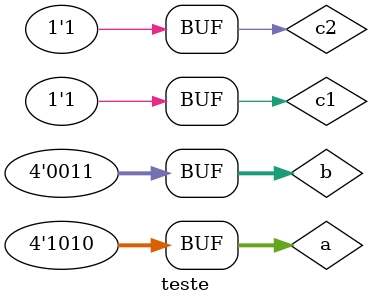
<source format=v>



   module LU(output s1,output s2, input a, input b, input c1, input c2);

// ------------------------------ dados locais

	wire a1,a2,a3,a4,a5,a6,a7,a8,a9,a10,a11,a12,nc1,nc2;
	
	or or1(a1,a,b);
	nor nor1(a2,a,b);
	xor xor1(a3,a,b);
	xnor xnor1(a4,a,b);
	not not1(nc1,c2);
	not not2(nc2,c2);
	and and1(a5,nc1,nc2);
	and and2(a6,nc1,c2);
	and and3(a7,c1,nc2);
	and and4(a8,c1,c2);
	and and5(a9,a5,a1);
	and and6(a10,a6,a2);
	and and7(a11,a7,a3);
	and and8(a12,a8,a4);
	or or2(s1,a9,a10);
	or or3(s2,a11,a12);
	
	endmodule // LU
	
// ------------------------------
// LU4
// ------------------------------

   module LU4(output[3:0]s1,output[3:0]s2, input[3:0]a, input[3:0]b, input c1, input c2);
	
	LU gate1 (s1[0],s2[0],a[0],b[0],c1,c2);
	LU gate2 (s1[1],s2[1],a[1],b[1],c1,c2);
	LU gate3 (s1[2],s2[2],a[2],b[2],c1,c2);
	LU gate4 (s1[3],s2[3],a[3],b[3],c1,c2);
	
	endmodule // LU4
	
   module teste;
	
   reg [3:0]a;
	reg [3:0]b;
	reg c1;
	reg c2;
	wire [3:0]s1;
	wire [3:0]s2;
	
	LU4 circuito1(s1,s2,a,b,c1,c2);
	
	//endmodule
	

initial begin:start

 

// ------------------------------ parte principal


	
      $display("Exemplo0034 - Isabel Bicalho Amaro - 451580\n");
		$display("Test LU's module\n");
		
		#1 a = 4'b1010;     b = 4'b0011;    c1 = 0; c2 = 0;
		#1
   // projetar testes do modulo
      $monitor("a = %3b b = %3b chave1 = %3b chave2 = %3b s1 = %3b s2 = %3b",a,b,c1,c2,s1,s2);
   
	#1 c1 = 0; c2 = 1;
	#1 c1 = 1; c2 = 0;
	#1 c1 = 1; c2 = 1;
	end
	
endmodule // LU4

/*
    Exemplo0034 - Isabel Bicalho Amaro - 451580
    
    Test LU's module
    
    a = 1010 b = 0011 chave1 =   0 chave2 =   0 s1 = 1011 s2 = 0000
    a = 1010 b = 0011 chave1 =   0 chave2 =   1 s1 = 0000 s2 = 0000
    a = 1010 b = 0011 chave1 =   1 chave2 =   0 s1 = 1011 s2 = 1001
    a = 1010 b = 0011 chave1 =   1 chave2 =   1 s1 = 0000 s2 = 0110
    
*/
</source>
